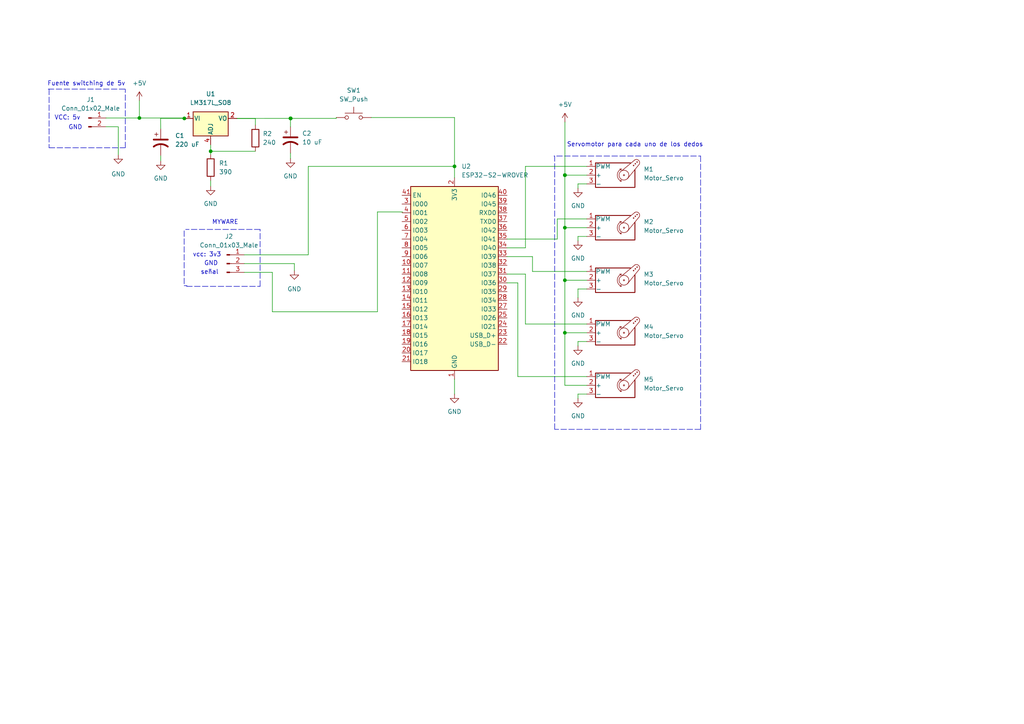
<source format=kicad_sch>
(kicad_sch (version 20211123) (generator eeschema)

  (uuid 3a14e558-db72-4f0c-81b8-16447da59aa8)

  (paper "A4")

  (title_block
    (title "Esquema del proyecto \"Mikili\"")
    (date "2022-10-19")
    (rev "V2")
    (company "Equipo 6")
    (comment 1 "Autora: Tairo Chambilla, Leidy Yazmin")
  )

  (lib_symbols
    (symbol "Connector:Conn_01x02_Male" (pin_names (offset 1.016) hide) (in_bom yes) (on_board yes)
      (property "Reference" "J" (id 0) (at 0 2.54 0)
        (effects (font (size 1.27 1.27)))
      )
      (property "Value" "Conn_01x02_Male" (id 1) (at 0 -5.08 0)
        (effects (font (size 1.27 1.27)))
      )
      (property "Footprint" "" (id 2) (at 0 0 0)
        (effects (font (size 1.27 1.27)) hide)
      )
      (property "Datasheet" "~" (id 3) (at 0 0 0)
        (effects (font (size 1.27 1.27)) hide)
      )
      (property "ki_keywords" "connector" (id 4) (at 0 0 0)
        (effects (font (size 1.27 1.27)) hide)
      )
      (property "ki_description" "Generic connector, single row, 01x02, script generated (kicad-library-utils/schlib/autogen/connector/)" (id 5) (at 0 0 0)
        (effects (font (size 1.27 1.27)) hide)
      )
      (property "ki_fp_filters" "Connector*:*_1x??_*" (id 6) (at 0 0 0)
        (effects (font (size 1.27 1.27)) hide)
      )
      (symbol "Conn_01x02_Male_1_1"
        (polyline
          (pts
            (xy 1.27 -2.54)
            (xy 0.8636 -2.54)
          )
          (stroke (width 0.1524) (type default) (color 0 0 0 0))
          (fill (type none))
        )
        (polyline
          (pts
            (xy 1.27 0)
            (xy 0.8636 0)
          )
          (stroke (width 0.1524) (type default) (color 0 0 0 0))
          (fill (type none))
        )
        (rectangle (start 0.8636 -2.413) (end 0 -2.667)
          (stroke (width 0.1524) (type default) (color 0 0 0 0))
          (fill (type outline))
        )
        (rectangle (start 0.8636 0.127) (end 0 -0.127)
          (stroke (width 0.1524) (type default) (color 0 0 0 0))
          (fill (type outline))
        )
        (pin passive line (at 5.08 0 180) (length 3.81)
          (name "Pin_1" (effects (font (size 1.27 1.27))))
          (number "1" (effects (font (size 1.27 1.27))))
        )
        (pin passive line (at 5.08 -2.54 180) (length 3.81)
          (name "Pin_2" (effects (font (size 1.27 1.27))))
          (number "2" (effects (font (size 1.27 1.27))))
        )
      )
    )
    (symbol "Connector:Conn_01x03_Male" (pin_names (offset 1.016) hide) (in_bom yes) (on_board yes)
      (property "Reference" "J" (id 0) (at 0 5.08 0)
        (effects (font (size 1.27 1.27)))
      )
      (property "Value" "Conn_01x03_Male" (id 1) (at 0 -5.08 0)
        (effects (font (size 1.27 1.27)))
      )
      (property "Footprint" "" (id 2) (at 0 0 0)
        (effects (font (size 1.27 1.27)) hide)
      )
      (property "Datasheet" "~" (id 3) (at 0 0 0)
        (effects (font (size 1.27 1.27)) hide)
      )
      (property "ki_keywords" "connector" (id 4) (at 0 0 0)
        (effects (font (size 1.27 1.27)) hide)
      )
      (property "ki_description" "Generic connector, single row, 01x03, script generated (kicad-library-utils/schlib/autogen/connector/)" (id 5) (at 0 0 0)
        (effects (font (size 1.27 1.27)) hide)
      )
      (property "ki_fp_filters" "Connector*:*_1x??_*" (id 6) (at 0 0 0)
        (effects (font (size 1.27 1.27)) hide)
      )
      (symbol "Conn_01x03_Male_1_1"
        (polyline
          (pts
            (xy 1.27 -2.54)
            (xy 0.8636 -2.54)
          )
          (stroke (width 0.1524) (type default) (color 0 0 0 0))
          (fill (type none))
        )
        (polyline
          (pts
            (xy 1.27 0)
            (xy 0.8636 0)
          )
          (stroke (width 0.1524) (type default) (color 0 0 0 0))
          (fill (type none))
        )
        (polyline
          (pts
            (xy 1.27 2.54)
            (xy 0.8636 2.54)
          )
          (stroke (width 0.1524) (type default) (color 0 0 0 0))
          (fill (type none))
        )
        (rectangle (start 0.8636 -2.413) (end 0 -2.667)
          (stroke (width 0.1524) (type default) (color 0 0 0 0))
          (fill (type outline))
        )
        (rectangle (start 0.8636 0.127) (end 0 -0.127)
          (stroke (width 0.1524) (type default) (color 0 0 0 0))
          (fill (type outline))
        )
        (rectangle (start 0.8636 2.667) (end 0 2.413)
          (stroke (width 0.1524) (type default) (color 0 0 0 0))
          (fill (type outline))
        )
        (pin passive line (at 5.08 2.54 180) (length 3.81)
          (name "Pin_1" (effects (font (size 1.27 1.27))))
          (number "1" (effects (font (size 1.27 1.27))))
        )
        (pin passive line (at 5.08 0 180) (length 3.81)
          (name "Pin_2" (effects (font (size 1.27 1.27))))
          (number "2" (effects (font (size 1.27 1.27))))
        )
        (pin passive line (at 5.08 -2.54 180) (length 3.81)
          (name "Pin_3" (effects (font (size 1.27 1.27))))
          (number "3" (effects (font (size 1.27 1.27))))
        )
      )
    )
    (symbol "Device:C_Polarized_US" (pin_numbers hide) (pin_names (offset 0.254) hide) (in_bom yes) (on_board yes)
      (property "Reference" "C" (id 0) (at 0.635 2.54 0)
        (effects (font (size 1.27 1.27)) (justify left))
      )
      (property "Value" "C_Polarized_US" (id 1) (at 0.635 -2.54 0)
        (effects (font (size 1.27 1.27)) (justify left))
      )
      (property "Footprint" "" (id 2) (at 0 0 0)
        (effects (font (size 1.27 1.27)) hide)
      )
      (property "Datasheet" "~" (id 3) (at 0 0 0)
        (effects (font (size 1.27 1.27)) hide)
      )
      (property "ki_keywords" "cap capacitor" (id 4) (at 0 0 0)
        (effects (font (size 1.27 1.27)) hide)
      )
      (property "ki_description" "Polarized capacitor, US symbol" (id 5) (at 0 0 0)
        (effects (font (size 1.27 1.27)) hide)
      )
      (property "ki_fp_filters" "CP_*" (id 6) (at 0 0 0)
        (effects (font (size 1.27 1.27)) hide)
      )
      (symbol "C_Polarized_US_0_1"
        (polyline
          (pts
            (xy -2.032 0.762)
            (xy 2.032 0.762)
          )
          (stroke (width 0.508) (type default) (color 0 0 0 0))
          (fill (type none))
        )
        (polyline
          (pts
            (xy -1.778 2.286)
            (xy -0.762 2.286)
          )
          (stroke (width 0) (type default) (color 0 0 0 0))
          (fill (type none))
        )
        (polyline
          (pts
            (xy -1.27 1.778)
            (xy -1.27 2.794)
          )
          (stroke (width 0) (type default) (color 0 0 0 0))
          (fill (type none))
        )
        (arc (start 2.032 -1.27) (mid 0 -0.5572) (end -2.032 -1.27)
          (stroke (width 0.508) (type default) (color 0 0 0 0))
          (fill (type none))
        )
      )
      (symbol "C_Polarized_US_1_1"
        (pin passive line (at 0 3.81 270) (length 2.794)
          (name "~" (effects (font (size 1.27 1.27))))
          (number "1" (effects (font (size 1.27 1.27))))
        )
        (pin passive line (at 0 -3.81 90) (length 3.302)
          (name "~" (effects (font (size 1.27 1.27))))
          (number "2" (effects (font (size 1.27 1.27))))
        )
      )
    )
    (symbol "Device:R" (pin_numbers hide) (pin_names (offset 0)) (in_bom yes) (on_board yes)
      (property "Reference" "R" (id 0) (at 2.032 0 90)
        (effects (font (size 1.27 1.27)))
      )
      (property "Value" "R" (id 1) (at 0 0 90)
        (effects (font (size 1.27 1.27)))
      )
      (property "Footprint" "" (id 2) (at -1.778 0 90)
        (effects (font (size 1.27 1.27)) hide)
      )
      (property "Datasheet" "~" (id 3) (at 0 0 0)
        (effects (font (size 1.27 1.27)) hide)
      )
      (property "ki_keywords" "R res resistor" (id 4) (at 0 0 0)
        (effects (font (size 1.27 1.27)) hide)
      )
      (property "ki_description" "Resistor" (id 5) (at 0 0 0)
        (effects (font (size 1.27 1.27)) hide)
      )
      (property "ki_fp_filters" "R_*" (id 6) (at 0 0 0)
        (effects (font (size 1.27 1.27)) hide)
      )
      (symbol "R_0_1"
        (rectangle (start -1.016 -2.54) (end 1.016 2.54)
          (stroke (width 0.254) (type default) (color 0 0 0 0))
          (fill (type none))
        )
      )
      (symbol "R_1_1"
        (pin passive line (at 0 3.81 270) (length 1.27)
          (name "~" (effects (font (size 1.27 1.27))))
          (number "1" (effects (font (size 1.27 1.27))))
        )
        (pin passive line (at 0 -3.81 90) (length 1.27)
          (name "~" (effects (font (size 1.27 1.27))))
          (number "2" (effects (font (size 1.27 1.27))))
        )
      )
    )
    (symbol "Motor:Motor_Servo" (pin_names (offset 0.0254)) (in_bom yes) (on_board yes)
      (property "Reference" "M" (id 0) (at -5.08 4.445 0)
        (effects (font (size 1.27 1.27)) (justify left))
      )
      (property "Value" "Motor_Servo" (id 1) (at -5.08 -4.064 0)
        (effects (font (size 1.27 1.27)) (justify left top))
      )
      (property "Footprint" "" (id 2) (at 0 -4.826 0)
        (effects (font (size 1.27 1.27)) hide)
      )
      (property "Datasheet" "http://forums.parallax.com/uploads/attachments/46831/74481.png" (id 3) (at 0 -4.826 0)
        (effects (font (size 1.27 1.27)) hide)
      )
      (property "ki_keywords" "Servo Motor" (id 4) (at 0 0 0)
        (effects (font (size 1.27 1.27)) hide)
      )
      (property "ki_description" "Servo Motor (Futaba, HiTec, JR connector)" (id 5) (at 0 0 0)
        (effects (font (size 1.27 1.27)) hide)
      )
      (property "ki_fp_filters" "PinHeader*P2.54mm*" (id 6) (at 0 0 0)
        (effects (font (size 1.27 1.27)) hide)
      )
      (symbol "Motor_Servo_0_1"
        (polyline
          (pts
            (xy 2.413 -1.778)
            (xy 2.032 -1.778)
          )
          (stroke (width 0) (type default) (color 0 0 0 0))
          (fill (type none))
        )
        (polyline
          (pts
            (xy 2.413 -1.778)
            (xy 2.286 -1.397)
          )
          (stroke (width 0) (type default) (color 0 0 0 0))
          (fill (type none))
        )
        (polyline
          (pts
            (xy 2.413 1.778)
            (xy 1.905 1.778)
          )
          (stroke (width 0) (type default) (color 0 0 0 0))
          (fill (type none))
        )
        (polyline
          (pts
            (xy 2.413 1.778)
            (xy 2.286 1.397)
          )
          (stroke (width 0) (type default) (color 0 0 0 0))
          (fill (type none))
        )
        (polyline
          (pts
            (xy 6.35 4.445)
            (xy 2.54 1.27)
          )
          (stroke (width 0) (type default) (color 0 0 0 0))
          (fill (type none))
        )
        (polyline
          (pts
            (xy 7.62 3.175)
            (xy 4.191 -1.016)
          )
          (stroke (width 0) (type default) (color 0 0 0 0))
          (fill (type none))
        )
        (polyline
          (pts
            (xy 5.08 3.556)
            (xy -5.08 3.556)
            (xy -5.08 -3.556)
            (xy 6.35 -3.556)
            (xy 6.35 1.524)
          )
          (stroke (width 0.254) (type default) (color 0 0 0 0))
          (fill (type none))
        )
        (arc (start 2.413 1.778) (mid 1.2406 0) (end 2.413 -1.778)
          (stroke (width 0) (type default) (color 0 0 0 0))
          (fill (type none))
        )
        (circle (center 3.175 0) (radius 0.1778)
          (stroke (width 0) (type default) (color 0 0 0 0))
          (fill (type none))
        )
        (circle (center 3.175 0) (radius 1.4224)
          (stroke (width 0) (type default) (color 0 0 0 0))
          (fill (type none))
        )
        (circle (center 5.969 2.794) (radius 0.127)
          (stroke (width 0) (type default) (color 0 0 0 0))
          (fill (type none))
        )
        (circle (center 6.477 3.302) (radius 0.127)
          (stroke (width 0) (type default) (color 0 0 0 0))
          (fill (type none))
        )
        (circle (center 6.985 3.81) (radius 0.127)
          (stroke (width 0) (type default) (color 0 0 0 0))
          (fill (type none))
        )
        (arc (start 7.62 3.175) (mid 7.4485 4.2735) (end 6.35 4.445)
          (stroke (width 0) (type default) (color 0 0 0 0))
          (fill (type none))
        )
      )
      (symbol "Motor_Servo_1_1"
        (pin passive line (at -7.62 2.54 0) (length 2.54)
          (name "PWM" (effects (font (size 1.27 1.27))))
          (number "1" (effects (font (size 1.27 1.27))))
        )
        (pin passive line (at -7.62 0 0) (length 2.54)
          (name "+" (effects (font (size 1.27 1.27))))
          (number "2" (effects (font (size 1.27 1.27))))
        )
        (pin passive line (at -7.62 -2.54 0) (length 2.54)
          (name "-" (effects (font (size 1.27 1.27))))
          (number "3" (effects (font (size 1.27 1.27))))
        )
      )
    )
    (symbol "RF_Module:ESP32-S2-WROVER" (in_bom yes) (on_board yes)
      (property "Reference" "U" (id 0) (at -12.7 29.21 0)
        (effects (font (size 1.27 1.27)) (justify left))
      )
      (property "Value" "ESP32-S2-WROVER" (id 1) (at 2.54 29.21 0)
        (effects (font (size 1.27 1.27)) (justify left))
      )
      (property "Footprint" "RF_Module:ESP32-S2-WROVER" (id 2) (at 19.05 -29.21 0)
        (effects (font (size 1.27 1.27)) hide)
      )
      (property "Datasheet" "https://www.espressif.com/sites/default/files/documentation/esp32-s2-wroom_esp32-s2-wroom-i_datasheet_en.pdf" (id 3) (at -7.62 -20.32 0)
        (effects (font (size 1.27 1.27)) hide)
      )
      (property "ki_keywords" "RF Radio ESP ESP32 Espressif onboard PCB antenna" (id 4) (at 0 0 0)
        (effects (font (size 1.27 1.27)) hide)
      )
      (property "ki_description" "RF Module, ESP32-D0WDQ6 SoC, Wi-Fi 802.11b/g/n, 32-bit, 2.7-3.6V, onboard antenna, SMD" (id 5) (at 0 0 0)
        (effects (font (size 1.27 1.27)) hide)
      )
      (property "ki_fp_filters" "ESP32?S2?WROVER*" (id 6) (at 0 0 0)
        (effects (font (size 1.27 1.27)) hide)
      )
      (symbol "ESP32-S2-WROVER_0_1"
        (rectangle (start -12.7 27.94) (end 12.7 -25.4)
          (stroke (width 0.254) (type default) (color 0 0 0 0))
          (fill (type background))
        )
      )
      (symbol "ESP32-S2-WROVER_1_1"
        (pin power_in line (at 0 -27.94 90) (length 2.54)
          (name "GND" (effects (font (size 1.27 1.27))))
          (number "1" (effects (font (size 1.27 1.27))))
        )
        (pin bidirectional line (at -15.24 5.08 0) (length 2.54)
          (name "IO07" (effects (font (size 1.27 1.27))))
          (number "10" (effects (font (size 1.27 1.27))))
        )
        (pin bidirectional line (at -15.24 2.54 0) (length 2.54)
          (name "IO08" (effects (font (size 1.27 1.27))))
          (number "11" (effects (font (size 1.27 1.27))))
        )
        (pin bidirectional line (at -15.24 0 0) (length 2.54)
          (name "IO09" (effects (font (size 1.27 1.27))))
          (number "12" (effects (font (size 1.27 1.27))))
        )
        (pin bidirectional line (at -15.24 -2.54 0) (length 2.54)
          (name "IO10" (effects (font (size 1.27 1.27))))
          (number "13" (effects (font (size 1.27 1.27))))
        )
        (pin bidirectional line (at -15.24 -5.08 0) (length 2.54)
          (name "IO11" (effects (font (size 1.27 1.27))))
          (number "14" (effects (font (size 1.27 1.27))))
        )
        (pin bidirectional line (at -15.24 -7.62 0) (length 2.54)
          (name "IO12" (effects (font (size 1.27 1.27))))
          (number "15" (effects (font (size 1.27 1.27))))
        )
        (pin bidirectional line (at -15.24 -10.16 0) (length 2.54)
          (name "IO13" (effects (font (size 1.27 1.27))))
          (number "16" (effects (font (size 1.27 1.27))))
        )
        (pin bidirectional line (at -15.24 -12.7 0) (length 2.54)
          (name "IO14" (effects (font (size 1.27 1.27))))
          (number "17" (effects (font (size 1.27 1.27))))
        )
        (pin bidirectional line (at -15.24 -15.24 0) (length 2.54)
          (name "IO15" (effects (font (size 1.27 1.27))))
          (number "18" (effects (font (size 1.27 1.27))))
        )
        (pin bidirectional line (at -15.24 -17.78 0) (length 2.54)
          (name "IO16" (effects (font (size 1.27 1.27))))
          (number "19" (effects (font (size 1.27 1.27))))
        )
        (pin power_in line (at 0 30.48 270) (length 2.54)
          (name "3V3" (effects (font (size 1.27 1.27))))
          (number "2" (effects (font (size 1.27 1.27))))
        )
        (pin bidirectional line (at -15.24 -20.32 0) (length 2.54)
          (name "IO17" (effects (font (size 1.27 1.27))))
          (number "20" (effects (font (size 1.27 1.27))))
        )
        (pin bidirectional line (at -15.24 -22.86 0) (length 2.54)
          (name "IO18" (effects (font (size 1.27 1.27))))
          (number "21" (effects (font (size 1.27 1.27))))
        )
        (pin bidirectional line (at 15.24 -17.78 180) (length 2.54)
          (name "USB_D-" (effects (font (size 1.27 1.27))))
          (number "22" (effects (font (size 1.27 1.27))))
        )
        (pin bidirectional line (at 15.24 -15.24 180) (length 2.54)
          (name "USB_D+" (effects (font (size 1.27 1.27))))
          (number "23" (effects (font (size 1.27 1.27))))
        )
        (pin bidirectional line (at 15.24 -12.7 180) (length 2.54)
          (name "IO21" (effects (font (size 1.27 1.27))))
          (number "24" (effects (font (size 1.27 1.27))))
        )
        (pin bidirectional line (at 15.24 -10.16 180) (length 2.54)
          (name "IO26" (effects (font (size 1.27 1.27))))
          (number "25" (effects (font (size 1.27 1.27))))
        )
        (pin passive line (at 0 -27.94 90) (length 2.54) hide
          (name "GND" (effects (font (size 1.27 1.27))))
          (number "26" (effects (font (size 1.27 1.27))))
        )
        (pin bidirectional line (at 15.24 -7.62 180) (length 2.54)
          (name "IO33" (effects (font (size 1.27 1.27))))
          (number "27" (effects (font (size 1.27 1.27))))
        )
        (pin bidirectional line (at 15.24 -5.08 180) (length 2.54)
          (name "IO34" (effects (font (size 1.27 1.27))))
          (number "28" (effects (font (size 1.27 1.27))))
        )
        (pin bidirectional line (at 15.24 -2.54 180) (length 2.54)
          (name "IO35" (effects (font (size 1.27 1.27))))
          (number "29" (effects (font (size 1.27 1.27))))
        )
        (pin bidirectional line (at -15.24 22.86 0) (length 2.54)
          (name "IO00" (effects (font (size 1.27 1.27))))
          (number "3" (effects (font (size 1.27 1.27))))
        )
        (pin bidirectional line (at 15.24 0 180) (length 2.54)
          (name "IO36" (effects (font (size 1.27 1.27))))
          (number "30" (effects (font (size 1.27 1.27))))
        )
        (pin bidirectional line (at 15.24 2.54 180) (length 2.54)
          (name "IO37" (effects (font (size 1.27 1.27))))
          (number "31" (effects (font (size 1.27 1.27))))
        )
        (pin bidirectional line (at 15.24 5.08 180) (length 2.54)
          (name "IO38" (effects (font (size 1.27 1.27))))
          (number "32" (effects (font (size 1.27 1.27))))
        )
        (pin bidirectional line (at 15.24 7.62 180) (length 2.54)
          (name "IO39" (effects (font (size 1.27 1.27))))
          (number "33" (effects (font (size 1.27 1.27))))
        )
        (pin bidirectional line (at 15.24 10.16 180) (length 2.54)
          (name "IO40" (effects (font (size 1.27 1.27))))
          (number "34" (effects (font (size 1.27 1.27))))
        )
        (pin bidirectional line (at 15.24 12.7 180) (length 2.54)
          (name "IO41" (effects (font (size 1.27 1.27))))
          (number "35" (effects (font (size 1.27 1.27))))
        )
        (pin bidirectional line (at 15.24 15.24 180) (length 2.54)
          (name "IO42" (effects (font (size 1.27 1.27))))
          (number "36" (effects (font (size 1.27 1.27))))
        )
        (pin bidirectional line (at 15.24 17.78 180) (length 2.54)
          (name "TXD0" (effects (font (size 1.27 1.27))))
          (number "37" (effects (font (size 1.27 1.27))))
        )
        (pin bidirectional line (at 15.24 20.32 180) (length 2.54)
          (name "RXD0" (effects (font (size 1.27 1.27))))
          (number "38" (effects (font (size 1.27 1.27))))
        )
        (pin bidirectional line (at 15.24 22.86 180) (length 2.54)
          (name "IO45" (effects (font (size 1.27 1.27))))
          (number "39" (effects (font (size 1.27 1.27))))
        )
        (pin bidirectional line (at -15.24 20.32 0) (length 2.54)
          (name "IO01" (effects (font (size 1.27 1.27))))
          (number "4" (effects (font (size 1.27 1.27))))
        )
        (pin input line (at 15.24 25.4 180) (length 2.54)
          (name "IO46" (effects (font (size 1.27 1.27))))
          (number "40" (effects (font (size 1.27 1.27))))
        )
        (pin input line (at -15.24 25.4 0) (length 2.54)
          (name "EN" (effects (font (size 1.27 1.27))))
          (number "41" (effects (font (size 1.27 1.27))))
        )
        (pin passive line (at 0 -27.94 90) (length 2.54) hide
          (name "GND" (effects (font (size 1.27 1.27))))
          (number "42" (effects (font (size 1.27 1.27))))
        )
        (pin passive line (at 0 -27.94 90) (length 2.54) hide
          (name "GND" (effects (font (size 1.27 1.27))))
          (number "43" (effects (font (size 1.27 1.27))))
        )
        (pin bidirectional line (at -15.24 17.78 0) (length 2.54)
          (name "IO02" (effects (font (size 1.27 1.27))))
          (number "5" (effects (font (size 1.27 1.27))))
        )
        (pin bidirectional line (at -15.24 15.24 0) (length 2.54)
          (name "IO03" (effects (font (size 1.27 1.27))))
          (number "6" (effects (font (size 1.27 1.27))))
        )
        (pin bidirectional line (at -15.24 12.7 0) (length 2.54)
          (name "IO04" (effects (font (size 1.27 1.27))))
          (number "7" (effects (font (size 1.27 1.27))))
        )
        (pin bidirectional line (at -15.24 10.16 0) (length 2.54)
          (name "IO05" (effects (font (size 1.27 1.27))))
          (number "8" (effects (font (size 1.27 1.27))))
        )
        (pin bidirectional line (at -15.24 7.62 0) (length 2.54)
          (name "IO06" (effects (font (size 1.27 1.27))))
          (number "9" (effects (font (size 1.27 1.27))))
        )
      )
    )
    (symbol "Regulator_Linear:LM317L_SO8" (pin_names (offset 0.254)) (in_bom yes) (on_board yes)
      (property "Reference" "U" (id 0) (at -3.81 3.175 0)
        (effects (font (size 1.27 1.27)))
      )
      (property "Value" "LM317L_SO8" (id 1) (at 0 3.175 0)
        (effects (font (size 1.27 1.27)) (justify left))
      )
      (property "Footprint" "Package_SO:SOIC-8_3.9x4.9mm_P1.27mm" (id 2) (at 0 5.08 0)
        (effects (font (size 1.27 1.27) italic) hide)
      )
      (property "Datasheet" "http://www.ti.com/lit/ds/snvs775k/snvs775k.pdf" (id 3) (at 0 -5.08 0)
        (effects (font (size 1.27 1.27)) hide)
      )
      (property "ki_keywords" "Adjustable Voltage Regulator 100mA Positive" (id 4) (at 0 0 0)
        (effects (font (size 1.27 1.27)) hide)
      )
      (property "ki_description" "100mA 35V Adjustable Linear Regulator, SO-8" (id 5) (at 0 0 0)
        (effects (font (size 1.27 1.27)) hide)
      )
      (property "ki_fp_filters" "SOIC*3.9x4.9mm*P1.27mm*" (id 6) (at 0 0 0)
        (effects (font (size 1.27 1.27)) hide)
      )
      (symbol "LM317L_SO8_0_1"
        (rectangle (start -5.08 1.905) (end 5.08 -5.08)
          (stroke (width 0.254) (type default) (color 0 0 0 0))
          (fill (type background))
        )
      )
      (symbol "LM317L_SO8_1_1"
        (pin power_in line (at -7.62 0 0) (length 2.54)
          (name "VI" (effects (font (size 1.27 1.27))))
          (number "1" (effects (font (size 1.27 1.27))))
        )
        (pin power_out line (at 7.62 0 180) (length 2.54)
          (name "VO" (effects (font (size 1.27 1.27))))
          (number "2" (effects (font (size 1.27 1.27))))
        )
        (pin passive line (at 7.62 0 180) (length 2.54) hide
          (name "VO" (effects (font (size 1.27 1.27))))
          (number "3" (effects (font (size 1.27 1.27))))
        )
        (pin input line (at 0 -7.62 90) (length 2.54)
          (name "ADJ" (effects (font (size 1.27 1.27))))
          (number "4" (effects (font (size 1.27 1.27))))
        )
        (pin no_connect line (at -7.62 -2.54 0) (length 2.54) hide
          (name "NC" (effects (font (size 1.27 1.27))))
          (number "5" (effects (font (size 1.27 1.27))))
        )
        (pin passive line (at 7.62 0 180) (length 2.54) hide
          (name "VO" (effects (font (size 1.27 1.27))))
          (number "6" (effects (font (size 1.27 1.27))))
        )
        (pin passive line (at 7.62 0 180) (length 2.54) hide
          (name "VO" (effects (font (size 1.27 1.27))))
          (number "7" (effects (font (size 1.27 1.27))))
        )
        (pin no_connect line (at 7.62 -2.54 180) (length 2.54) hide
          (name "NC" (effects (font (size 1.27 1.27))))
          (number "8" (effects (font (size 1.27 1.27))))
        )
      )
    )
    (symbol "Switch:SW_Push" (pin_numbers hide) (pin_names (offset 1.016) hide) (in_bom yes) (on_board yes)
      (property "Reference" "SW" (id 0) (at 1.27 2.54 0)
        (effects (font (size 1.27 1.27)) (justify left))
      )
      (property "Value" "SW_Push" (id 1) (at 0 -1.524 0)
        (effects (font (size 1.27 1.27)))
      )
      (property "Footprint" "" (id 2) (at 0 5.08 0)
        (effects (font (size 1.27 1.27)) hide)
      )
      (property "Datasheet" "~" (id 3) (at 0 5.08 0)
        (effects (font (size 1.27 1.27)) hide)
      )
      (property "ki_keywords" "switch normally-open pushbutton push-button" (id 4) (at 0 0 0)
        (effects (font (size 1.27 1.27)) hide)
      )
      (property "ki_description" "Push button switch, generic, two pins" (id 5) (at 0 0 0)
        (effects (font (size 1.27 1.27)) hide)
      )
      (symbol "SW_Push_0_1"
        (circle (center -2.032 0) (radius 0.508)
          (stroke (width 0) (type default) (color 0 0 0 0))
          (fill (type none))
        )
        (polyline
          (pts
            (xy 0 1.27)
            (xy 0 3.048)
          )
          (stroke (width 0) (type default) (color 0 0 0 0))
          (fill (type none))
        )
        (polyline
          (pts
            (xy 2.54 1.27)
            (xy -2.54 1.27)
          )
          (stroke (width 0) (type default) (color 0 0 0 0))
          (fill (type none))
        )
        (circle (center 2.032 0) (radius 0.508)
          (stroke (width 0) (type default) (color 0 0 0 0))
          (fill (type none))
        )
        (pin passive line (at -5.08 0 0) (length 2.54)
          (name "1" (effects (font (size 1.27 1.27))))
          (number "1" (effects (font (size 1.27 1.27))))
        )
        (pin passive line (at 5.08 0 180) (length 2.54)
          (name "2" (effects (font (size 1.27 1.27))))
          (number "2" (effects (font (size 1.27 1.27))))
        )
      )
    )
    (symbol "power:+5V" (power) (pin_names (offset 0)) (in_bom yes) (on_board yes)
      (property "Reference" "#PWR" (id 0) (at 0 -3.81 0)
        (effects (font (size 1.27 1.27)) hide)
      )
      (property "Value" "+5V" (id 1) (at 0 3.556 0)
        (effects (font (size 1.27 1.27)))
      )
      (property "Footprint" "" (id 2) (at 0 0 0)
        (effects (font (size 1.27 1.27)) hide)
      )
      (property "Datasheet" "" (id 3) (at 0 0 0)
        (effects (font (size 1.27 1.27)) hide)
      )
      (property "ki_keywords" "power-flag" (id 4) (at 0 0 0)
        (effects (font (size 1.27 1.27)) hide)
      )
      (property "ki_description" "Power symbol creates a global label with name \"+5V\"" (id 5) (at 0 0 0)
        (effects (font (size 1.27 1.27)) hide)
      )
      (symbol "+5V_0_1"
        (polyline
          (pts
            (xy -0.762 1.27)
            (xy 0 2.54)
          )
          (stroke (width 0) (type default) (color 0 0 0 0))
          (fill (type none))
        )
        (polyline
          (pts
            (xy 0 0)
            (xy 0 2.54)
          )
          (stroke (width 0) (type default) (color 0 0 0 0))
          (fill (type none))
        )
        (polyline
          (pts
            (xy 0 2.54)
            (xy 0.762 1.27)
          )
          (stroke (width 0) (type default) (color 0 0 0 0))
          (fill (type none))
        )
      )
      (symbol "+5V_1_1"
        (pin power_in line (at 0 0 90) (length 0) hide
          (name "+5V" (effects (font (size 1.27 1.27))))
          (number "1" (effects (font (size 1.27 1.27))))
        )
      )
    )
    (symbol "power:GND" (power) (pin_names (offset 0)) (in_bom yes) (on_board yes)
      (property "Reference" "#PWR" (id 0) (at 0 -6.35 0)
        (effects (font (size 1.27 1.27)) hide)
      )
      (property "Value" "GND" (id 1) (at 0 -3.81 0)
        (effects (font (size 1.27 1.27)))
      )
      (property "Footprint" "" (id 2) (at 0 0 0)
        (effects (font (size 1.27 1.27)) hide)
      )
      (property "Datasheet" "" (id 3) (at 0 0 0)
        (effects (font (size 1.27 1.27)) hide)
      )
      (property "ki_keywords" "power-flag" (id 4) (at 0 0 0)
        (effects (font (size 1.27 1.27)) hide)
      )
      (property "ki_description" "Power symbol creates a global label with name \"GND\" , ground" (id 5) (at 0 0 0)
        (effects (font (size 1.27 1.27)) hide)
      )
      (symbol "GND_0_1"
        (polyline
          (pts
            (xy 0 0)
            (xy 0 -1.27)
            (xy 1.27 -1.27)
            (xy 0 -2.54)
            (xy -1.27 -1.27)
            (xy 0 -1.27)
          )
          (stroke (width 0) (type default) (color 0 0 0 0))
          (fill (type none))
        )
      )
      (symbol "GND_1_1"
        (pin power_in line (at 0 0 270) (length 0) hide
          (name "GND" (effects (font (size 1.27 1.27))))
          (number "1" (effects (font (size 1.27 1.27))))
        )
      )
    )
  )

  (junction (at 163.83 96.52) (diameter 0) (color 0 0 0 0)
    (uuid 5051df59-f0d7-43af-8497-77c94601bf73)
  )
  (junction (at 163.83 81.28) (diameter 0) (color 0 0 0 0)
    (uuid 518301e1-4945-455b-9f1d-0a1c785ca75a)
  )
  (junction (at 61.1 43.878) (diameter 0) (color 0 0 0 0)
    (uuid 76b214f4-7c05-4f91-be4f-67721325c667)
  )
  (junction (at 163.83 66.04) (diameter 0) (color 0 0 0 0)
    (uuid 9ab74957-a063-4e63-b0c6-05c0734c4b6e)
  )
  (junction (at 40.425 34.223) (diameter 0) (color 0 0 0 0)
    (uuid 9ca667b4-fd82-4436-803c-37ac14b8b730)
  )
  (junction (at 163.85 50.8) (diameter 0) (color 0 0 0 0)
    (uuid 9cf7cbf9-784a-4c3b-a816-baf76f5e0509)
  )
  (junction (at 131.826 48.26) (diameter 0) (color 0 0 0 0)
    (uuid abd9c8e6-6f1f-4413-b64c-811cc746c920)
  )
  (junction (at 53.48 34.35) (diameter 0) (color 0 0 0 0)
    (uuid bc0cfa35-f84b-4fa0-92bd-4d9b6098868e)
  )
  (junction (at 84.312 34.34) (diameter 0) (color 0 0 0 0)
    (uuid dd6cbd1a-fb5f-4b1a-a572-5f50281a82cf)
  )
  (junction (at 163.83 50.8) (diameter 0) (color 0 0 0 0)
    (uuid f0babad8-a78b-4fd3-8454-4a283e2cde6f)
  )
  (junction (at 84.25 34.34) (diameter 0) (color 0 0 0 0)
    (uuid f7dc1cbd-1b22-4746-8231-0cafd5deec51)
  )

  (wire (pts (xy 161.6234 63.5) (xy 161.6234 69.342))
    (stroke (width 0) (type default) (color 0 0 0 0))
    (uuid 01973468-6aef-485d-aa5f-a1a41c05e743)
  )
  (wire (pts (xy 167.64 68.58) (xy 167.64 69.85))
    (stroke (width 0) (type default) (color 0 0 0 0))
    (uuid 0e4a46e4-7413-4170-be77-84c8968154e8)
  )
  (wire (pts (xy 74.072 43.878) (xy 61.1 43.878))
    (stroke (width 0) (type default) (color 0 0 0 0))
    (uuid 1344af7e-e116-4a58-b642-fefb6e173d9d)
  )
  (wire (pts (xy 78.994 90.424) (xy 109.474 90.424))
    (stroke (width 0) (type default) (color 0 0 0 0))
    (uuid 14785dd2-952e-490b-a9ec-d39c418b69d5)
  )
  (wire (pts (xy 170.18 63.5) (xy 161.6234 63.5))
    (stroke (width 0) (type default) (color 0 0 0 0))
    (uuid 17f81aeb-d607-456c-bb18-d9085e9fdc9f)
  )
  (wire (pts (xy 167.64 114.3) (xy 167.64 115.57))
    (stroke (width 0) (type default) (color 0 0 0 0))
    (uuid 1c7fc6ff-3329-4492-95ff-0d068583b792)
  )
  (wire (pts (xy 61.1 41.97) (xy 61.1 43.878))
    (stroke (width 0) (type default) (color 0 0 0 0))
    (uuid 1cf25fd2-1df5-4da7-8612-1e4f623a83e3)
  )
  (polyline (pts (xy 36.335 42.859) (xy 36.335 25.841))
    (stroke (width 0) (type default) (color 0 0 0 0))
    (uuid 21864831-9910-4a42-9a14-44377da7e36c)
  )
  (polyline (pts (xy 13.983 25.841) (xy 36.335 25.841))
    (stroke (width 0) (type default) (color 0 0 0 0))
    (uuid 242e3d53-a120-4829-9f46-6f9897761ba4)
  )

  (wire (pts (xy 61.1 52.41) (xy 61.1 54))
    (stroke (width 0) (type default) (color 0 0 0 0))
    (uuid 244efe4b-68cf-4ecb-8069-02c4e702faa8)
  )
  (wire (pts (xy 30.747 36.763) (xy 34.303 36.763))
    (stroke (width 0) (type default) (color 0 0 0 0))
    (uuid 2466ef22-2dbd-4ecc-b052-acc04302ffe5)
  )
  (polyline (pts (xy 160.8847 124.5286) (xy 160.8847 45.2583))
    (stroke (width 0) (type default) (color 0 0 0 0))
    (uuid 299a87a5-34c1-4bb8-941c-b9fc2d250069)
  )
  (polyline (pts (xy 75.438 66.548) (xy 53.848 66.548))
    (stroke (width 0) (type default) (color 0 0 0 0))
    (uuid 2dbed10a-dab2-4ae4-9cc9-bdcafcaef91a)
  )
  (polyline (pts (xy 53.4127 82.8469) (xy 54.2501 82.8469))
    (stroke (width 0) (type default) (color 0 0 0 0))
    (uuid 2e0066b8-e453-47d0-91fe-c7eb9cfbaec2)
  )

  (wire (pts (xy 70.866 73.914) (xy 89.408 73.914))
    (stroke (width 0) (type default) (color 0 0 0 0))
    (uuid 32b52495-7cb8-46dc-a355-f46a157da989)
  )
  (polyline (pts (xy 203.2 124.5286) (xy 160.8847 124.5286))
    (stroke (width 0) (type default) (color 0 0 0 0))
    (uuid 403d3248-f70a-4818-9993-4299d4c54bd5)
  )

  (wire (pts (xy 109.474 90.424) (xy 109.474 61.468))
    (stroke (width 0) (type default) (color 0 0 0 0))
    (uuid 422eb3c6-0778-41b7-a5fa-1704368ab584)
  )
  (wire (pts (xy 74.072 36.258) (xy 74.072 34.35))
    (stroke (width 0) (type default) (color 0 0 0 0))
    (uuid 4732a337-28c2-4b29-ab75-53d727a5d256)
  )
  (wire (pts (xy 70.866 78.994) (xy 78.994 78.994))
    (stroke (width 0) (type default) (color 0 0 0 0))
    (uuid 4c244f3d-c991-4ea5-836f-dd0b43b473e5)
  )
  (wire (pts (xy 170.18 81.28) (xy 163.83 81.28))
    (stroke (width 0) (type default) (color 0 0 0 0))
    (uuid 4cd029b1-89f0-4cc9-8946-979e6fb4a84e)
  )
  (polyline (pts (xy 14.237 42.859) (xy 36.335 42.859))
    (stroke (width 0) (type default) (color 0 0 0 0))
    (uuid 51b65dd2-b922-4402-bb6b-3a48365a43b1)
  )

  (wire (pts (xy 131.826 109.982) (xy 131.826 114.3))
    (stroke (width 0) (type default) (color 0 0 0 0))
    (uuid 54019ac6-5bdb-4b16-82b8-04a936879b60)
  )
  (wire (pts (xy 152.4 93.98) (xy 152.4 79.502))
    (stroke (width 0) (type default) (color 0 0 0 0))
    (uuid 55f7cbd9-841b-425f-bf10-44904faff043)
  )
  (wire (pts (xy 70.866 76.454) (xy 85.3801 76.454))
    (stroke (width 0) (type default) (color 0 0 0 0))
    (uuid 5618360f-4633-4cc5-b3a4-a28bc5877607)
  )
  (wire (pts (xy 163.83 96.52) (xy 170.18 96.52))
    (stroke (width 0) (type default) (color 0 0 0 0))
    (uuid 5a51fd5a-1090-4405-ab41-aac707dcca7c)
  )
  (wire (pts (xy 152.4 71.882) (xy 147.066 71.882))
    (stroke (width 0) (type default) (color 0 0 0 0))
    (uuid 5bd68601-f533-4014-b7c1-4e2b5249fe1e)
  )
  (wire (pts (xy 30.747 34.223) (xy 40.425 34.223))
    (stroke (width 0) (type default) (color 0 0 0 0))
    (uuid 5ca6589b-d17f-4d9c-b808-a08c3f07e701)
  )
  (wire (pts (xy 163.85 35.4) (xy 163.85 50.8))
    (stroke (width 0) (type default) (color 0 0 0 0))
    (uuid 5ea6cd13-1d94-44d1-8f41-9428f1cc6625)
  )
  (wire (pts (xy 170.18 109.22) (xy 150.1864 109.22))
    (stroke (width 0) (type default) (color 0 0 0 0))
    (uuid 5f43d992-b5c1-4e4b-85e3-e771dc1e554d)
  )
  (wire (pts (xy 97.52 34.34) (xy 97.52 34.086))
    (stroke (width 0) (type default) (color 0 0 0 0))
    (uuid 5f8b46b4-4306-46b3-8942-28db48cbdafc)
  )
  (wire (pts (xy 84.25 44.41) (xy 84.25 46))
    (stroke (width 0) (type default) (color 0 0 0 0))
    (uuid 5fd0d1ff-4654-4d64-83c5-9db53b6d2c9a)
  )
  (wire (pts (xy 131.826 48.26) (xy 131.826 51.562))
    (stroke (width 0) (type default) (color 0 0 0 0))
    (uuid 609e0699-7f53-47e1-8118-cc3eb0199a87)
  )
  (wire (pts (xy 154.4457 78.74) (xy 154.4457 74.422))
    (stroke (width 0) (type default) (color 0 0 0 0))
    (uuid 64a36989-1d38-45f4-8b38-6e61a537477e)
  )
  (wire (pts (xy 170.18 53.34) (xy 167.64 53.34))
    (stroke (width 0) (type default) (color 0 0 0 0))
    (uuid 65c19965-0073-4378-bd29-7aee2511ea6a)
  )
  (polyline (pts (xy 203.2 45.2583) (xy 203.2 124.5286))
    (stroke (width 0) (type default) (color 0 0 0 0))
    (uuid 66148de4-91e6-4dc7-9bfa-10a8cb2aa3e4)
  )

  (wire (pts (xy 150.1864 109.22) (xy 150.1864 82.042))
    (stroke (width 0) (type default) (color 0 0 0 0))
    (uuid 6be9e996-c578-49da-852c-61840aae5720)
  )
  (polyline (pts (xy 160.6726 45.2583) (xy 160.8847 45.2583))
    (stroke (width 0) (type default) (color 0 0 0 0))
    (uuid 700a0fd8-c25b-4095-b2bf-1694b17a71d1)
  )

  (wire (pts (xy 68.72 34.35) (xy 74.072 34.35))
    (stroke (width 0) (type default) (color 0 0 0 0))
    (uuid 76e6f13b-4e6f-4446-b125-03593767bbd1)
  )
  (wire (pts (xy 46.575 34.35) (xy 53.48 34.35))
    (stroke (width 0) (type default) (color 0 0 0 0))
    (uuid 792cd026-f567-4f8f-89ec-28201df01ef4)
  )
  (polyline (pts (xy 53.4127 66.937) (xy 53.4127 82.8469))
    (stroke (width 0) (type default) (color 0 0 0 0))
    (uuid 79c5b561-2b57-475a-befb-198044cd099c)
  )

  (wire (pts (xy 167.64 99.06) (xy 167.64 100.33))
    (stroke (width 0) (type default) (color 0 0 0 0))
    (uuid 7f6e5612-6912-4d4d-9687-e625ec2793d7)
  )
  (wire (pts (xy 109.474 61.468) (xy 116.84 61.468))
    (stroke (width 0) (type default) (color 0 0 0 0))
    (uuid 80482b30-579e-4654-9f90-a6425f858904)
  )
  (wire (pts (xy 163.83 111.76) (xy 170.18 111.76))
    (stroke (width 0) (type default) (color 0 0 0 0))
    (uuid 80a6f124-500f-4883-aafd-d9355e4e0e7b)
  )
  (wire (pts (xy 170.18 83.82) (xy 167.64 83.82))
    (stroke (width 0) (type default) (color 0 0 0 0))
    (uuid 817cd22d-c7cb-4d19-b52f-63ccedb5fc5f)
  )
  (wire (pts (xy 85.3801 76.454) (xy 85.3801 78.486))
    (stroke (width 0) (type default) (color 0 0 0 0))
    (uuid 8220a788-9e91-4825-9126-5f5e33350abc)
  )
  (wire (pts (xy 161.6234 69.342) (xy 147.066 69.342))
    (stroke (width 0) (type default) (color 0 0 0 0))
    (uuid 8ad5fd1a-afee-4fbd-841e-2f1cd8aad906)
  )
  (wire (pts (xy 154.4457 74.422) (xy 147.066 74.422))
    (stroke (width 0) (type default) (color 0 0 0 0))
    (uuid 8c0643a9-7563-41ca-8429-bb30199bd4f7)
  )
  (wire (pts (xy 40.425 29.175) (xy 40.425 34.223))
    (stroke (width 0) (type default) (color 0 0 0 0))
    (uuid 90861ea9-b111-4f4d-9b0d-55db6ab44fd5)
  )
  (wire (pts (xy 170.18 68.58) (xy 167.64 68.58))
    (stroke (width 0) (type default) (color 0 0 0 0))
    (uuid 93aeda2f-4760-47d2-bcca-8b109c9958f3)
  )
  (wire (pts (xy 163.85 50.8) (xy 170.18 50.8))
    (stroke (width 0) (type default) (color 0 0 0 0))
    (uuid 944a3ac0-e2b9-4431-b443-1e8500b0e61c)
  )
  (wire (pts (xy 170.18 48.26) (xy 152.4 48.26))
    (stroke (width 0) (type default) (color 0 0 0 0))
    (uuid 997b86a9-c4a2-40b6-8fa7-1b3a4879a8e0)
  )
  (wire (pts (xy 163.83 81.28) (xy 163.83 96.52))
    (stroke (width 0) (type default) (color 0 0 0 0))
    (uuid 9b83dd6e-1e83-46c7-91ee-501ac2287ff9)
  )
  (polyline (pts (xy 54.102 83.058) (xy 75.438 83.058))
    (stroke (width 0) (type default) (color 0 0 0 0))
    (uuid 9d7140b5-d431-4cb8-88a6-8262f29bd6a4)
  )

  (wire (pts (xy 34.303 36.763) (xy 34.303 44.891))
    (stroke (width 0) (type default) (color 0 0 0 0))
    (uuid a026b375-a545-4555-a2d2-ba2acd8d6ab3)
  )
  (wire (pts (xy 84.25 34.34) (xy 84.312 34.34))
    (stroke (width 0) (type default) (color 0 0 0 0))
    (uuid a3a7e982-0c17-4345-9ad7-9681c5182138)
  )
  (wire (pts (xy 170.18 99.06) (xy 167.64 99.06))
    (stroke (width 0) (type default) (color 0 0 0 0))
    (uuid a78b242d-e1f7-42b5-9028-409fe90c363d)
  )
  (wire (pts (xy 170.18 78.74) (xy 154.4457 78.74))
    (stroke (width 0) (type default) (color 0 0 0 0))
    (uuid aa88e18d-02a1-4fc4-8dd2-2388e9d31ebf)
  )
  (wire (pts (xy 150.1864 82.042) (xy 147.066 82.042))
    (stroke (width 0) (type default) (color 0 0 0 0))
    (uuid acab15d9-e932-4ee8-a018-6306c8ebe78a)
  )
  (wire (pts (xy 89.408 48.26) (xy 131.826 48.26))
    (stroke (width 0) (type default) (color 0 0 0 0))
    (uuid af5049d5-76ba-4724-86c3-1485401277ae)
  )
  (polyline (pts (xy 75.438 83.058) (xy 75.438 66.548))
    (stroke (width 0) (type default) (color 0 0 0 0))
    (uuid b390f11b-a8b2-4eba-bc04-57bcdeae1a47)
  )

  (wire (pts (xy 40.425 34.223) (xy 53.48 34.223))
    (stroke (width 0) (type default) (color 0 0 0 0))
    (uuid b64aff66-03bd-4b22-8bff-64fd1c9bd158)
  )
  (wire (pts (xy 68.72 34.35) (xy 84.312 34.34))
    (stroke (width 0) (type default) (color 0 0 0 0))
    (uuid bef91ced-1e7b-474f-a331-588c74c7a2cc)
  )
  (wire (pts (xy 84.312 34.34) (xy 97.52 34.34))
    (stroke (width 0) (type default) (color 0 0 0 0))
    (uuid c19f33a6-b30a-4b5e-91df-2bd8f2d1745b)
  )
  (wire (pts (xy 152.4 79.502) (xy 147.066 79.502))
    (stroke (width 0) (type default) (color 0 0 0 0))
    (uuid c7d6dd60-3102-4152-a2f4-d1abfdc4d6f6)
  )
  (wire (pts (xy 163.83 50.8) (xy 163.85 50.8))
    (stroke (width 0) (type default) (color 0 0 0 0))
    (uuid ce5767c7-70a9-45db-b737-e1d592d8937f)
  )
  (wire (pts (xy 163.83 50.8) (xy 163.83 66.04))
    (stroke (width 0) (type default) (color 0 0 0 0))
    (uuid d0b11af4-5f51-4b5b-af63-4d9dc30218b7)
  )
  (wire (pts (xy 163.83 66.04) (xy 163.83 81.28))
    (stroke (width 0) (type default) (color 0 0 0 0))
    (uuid d452d119-6281-469e-adaa-345a73cf851f)
  )
  (wire (pts (xy 46.622 37.44) (xy 46.575 34.35))
    (stroke (width 0) (type default) (color 0 0 0 0))
    (uuid d6e627d9-901b-4ff2-87ce-d6d0605a054c)
  )
  (wire (pts (xy 89.408 73.914) (xy 89.408 48.26))
    (stroke (width 0) (type default) (color 0 0 0 0))
    (uuid d709b739-136a-4086-89b6-e4a8e795e1d2)
  )
  (wire (pts (xy 170.18 93.98) (xy 152.4 93.98))
    (stroke (width 0) (type default) (color 0 0 0 0))
    (uuid d9185137-69ca-45f5-8268-4c6568be9962)
  )
  (wire (pts (xy 152.4 48.26) (xy 152.4 71.882))
    (stroke (width 0) (type default) (color 0 0 0 0))
    (uuid d919226b-919d-4e85-bfee-91c98a9a9bc3)
  )
  (wire (pts (xy 84.25 36.79) (xy 84.25 34.34))
    (stroke (width 0) (type default) (color 0 0 0 0))
    (uuid dbea7b84-0bef-47de-9448-e6af4719304a)
  )
  (wire (pts (xy 167.64 53.34) (xy 167.64 54.61))
    (stroke (width 0) (type default) (color 0 0 0 0))
    (uuid dd6b1844-a3d8-4f42-92c4-404b6c9d8e57)
  )
  (wire (pts (xy 163.83 96.52) (xy 163.83 111.76))
    (stroke (width 0) (type default) (color 0 0 0 0))
    (uuid e2405ed8-4946-4871-add6-643cd62faff6)
  )
  (wire (pts (xy 78.994 78.994) (xy 78.994 90.424))
    (stroke (width 0) (type default) (color 0 0 0 0))
    (uuid e3fa9c97-ad49-46c8-b168-21e5c3e07664)
  )
  (wire (pts (xy 131.826 34.086) (xy 131.826 48.26))
    (stroke (width 0) (type default) (color 0 0 0 0))
    (uuid e4199a32-0ae6-4d7e-ad94-06ec2d70c8a6)
  )
  (wire (pts (xy 46.622 45.06) (xy 46.622 46.65))
    (stroke (width 0) (type default) (color 0 0 0 0))
    (uuid e457f375-873e-43c8-8825-cf5a8735a45f)
  )
  (polyline (pts (xy 14.237 25.841) (xy 14.237 42.859))
    (stroke (width 0) (type default) (color 0 0 0 0))
    (uuid e4d275d7-71d0-49e9-acd4-ab51ff499b7b)
  )
  (polyline (pts (xy 161.443 45.2583) (xy 203.2 45.2583))
    (stroke (width 0) (type default) (color 0 0 0 0))
    (uuid f03747aa-f137-4e9c-915e-ae1f4fbebe1b)
  )

  (wire (pts (xy 170.18 114.3) (xy 167.64 114.3))
    (stroke (width 0) (type default) (color 0 0 0 0))
    (uuid f08bcbf9-a1ad-4326-8d83-f8ada102b4ec)
  )
  (wire (pts (xy 163.83 66.04) (xy 170.18 66.04))
    (stroke (width 0) (type default) (color 0 0 0 0))
    (uuid f0e44f5e-2992-4824-bdf8-0189166270e4)
  )
  (wire (pts (xy 107.68 34.086) (xy 131.826 34.086))
    (stroke (width 0) (type default) (color 0 0 0 0))
    (uuid f1c46e8b-6c53-40bf-a05e-ba238ed4f013)
  )
  (wire (pts (xy 167.64 83.82) (xy 167.64 86.36))
    (stroke (width 0) (type default) (color 0 0 0 0))
    (uuid f4946431-4923-4197-a582-159e9c06c408)
  )
  (wire (pts (xy 53.48 34.223) (xy 53.48 34.35))
    (stroke (width 0) (type default) (color 0 0 0 0))
    (uuid fa8c98af-fef3-48c4-8a44-6c2b3fddf590)
  )
  (wire (pts (xy 61.1 43.878) (xy 61.1 44.79))
    (stroke (width 0) (type default) (color 0 0 0 0))
    (uuid fc7671a8-8203-4691-a7f2-76243abfafaa)
  )

  (text "Servomotor para cada uno de los dedos" (at 164.4042 42.7611 0)
    (effects (font (size 1.27 1.27)) (justify left bottom))
    (uuid 025e87b1-d941-4b9e-ba09-54239f3e3873)
  )
  (text "GND" (at 19.825 37.779 0)
    (effects (font (size 1.27 1.27)) (justify left bottom))
    (uuid 11a28819-0c8e-4d0a-8a06-401bdfff02c2)
  )
  (text "vcc: 3v3\n" (at 55.88 74.676 0)
    (effects (font (size 1.27 1.27)) (justify left bottom))
    (uuid 5108a5a9-2994-4dcf-9957-ac4aef081358)
  )
  (text "GND" (at 59.182 77.216 0)
    (effects (font (size 1.27 1.27)) (justify left bottom))
    (uuid 7c744c6d-3225-4d7b-b9a3-1e35fc71ed01)
  )
  (text "señal" (at 58.166 79.756 0)
    (effects (font (size 1.27 1.27)) (justify left bottom))
    (uuid 87d213d4-77e9-4a52-9aee-961338451c1d)
  )
  (text "Fuente switching de 5v" (at 13.729 25.079 0)
    (effects (font (size 1.27 1.27)) (justify left bottom))
    (uuid b0c3ac4a-bb17-4193-b9c6-affa3a039310)
  )
  (text "VCC: 5v\n" (at 15.761 34.985 0)
    (effects (font (size 1.27 1.27)) (justify left bottom))
    (uuid e7fbc730-edca-45b8-8a3a-a5dcca3565f0)
  )
  (text "MYWARE" (at 61.468 65.278 0)
    (effects (font (size 1.27 1.27)) (justify left bottom))
    (uuid eaffbf08-a555-461e-a296-fb6b5340e58b)
  )

  (symbol (lib_id "Connector:Conn_01x02_Male") (at 25.667 34.223 0) (unit 1)
    (in_bom yes) (on_board yes) (fields_autoplaced)
    (uuid 1a347241-2c6f-49ac-a500-160d7de41a58)
    (property "Reference" "J1" (id 0) (at 26.302 28.889 0))
    (property "Value" "Conn_01x02_Male" (id 1) (at 26.302 31.429 0))
    (property "Footprint" "" (id 2) (at 25.667 34.223 0)
      (effects (font (size 1.27 1.27)) hide)
    )
    (property "Datasheet" "~" (id 3) (at 25.667 34.223 0)
      (effects (font (size 1.27 1.27)) hide)
    )
    (pin "1" (uuid fcb11acb-7666-4688-80ea-0d2acdb9f33e))
    (pin "2" (uuid 7b8d9987-eef6-46f3-bc4a-190c72a8689c))
  )

  (symbol (lib_id "Device:C_Polarized_US") (at 46.622 41.25 0) (unit 1)
    (in_bom yes) (on_board yes) (fields_autoplaced)
    (uuid 354fe777-ba11-437f-8ffd-98ca9de9f9d4)
    (property "Reference" "C1" (id 0) (at 50.8 39.3449 0)
      (effects (font (size 1.27 1.27)) (justify left))
    )
    (property "Value" "220 uF" (id 1) (at 50.8 41.8849 0)
      (effects (font (size 1.27 1.27)) (justify left))
    )
    (property "Footprint" "" (id 2) (at 46.622 41.25 0)
      (effects (font (size 1.27 1.27)) hide)
    )
    (property "Datasheet" "~" (id 3) (at 46.622 41.25 0)
      (effects (font (size 1.27 1.27)) hide)
    )
    (pin "1" (uuid 2d6a04f9-f0b6-42b1-97f3-35275f20a75a))
    (pin "2" (uuid d0100a7b-ed67-4856-a35a-f0aca02e3bd4))
  )

  (symbol (lib_id "Connector:Conn_01x03_Male") (at 65.786 76.454 0) (unit 1)
    (in_bom yes) (on_board yes) (fields_autoplaced)
    (uuid 358f1fcf-45a5-46f8-ae45-3eeaa2d1b753)
    (property "Reference" "J2" (id 0) (at 66.421 68.58 0))
    (property "Value" "Conn_01x03_Male" (id 1) (at 66.421 71.12 0))
    (property "Footprint" "" (id 2) (at 65.786 76.454 0)
      (effects (font (size 1.27 1.27)) hide)
    )
    (property "Datasheet" "~" (id 3) (at 65.786 76.454 0)
      (effects (font (size 1.27 1.27)) hide)
    )
    (pin "1" (uuid 17995636-0a64-4820-b40e-c09f6b3b56b1))
    (pin "2" (uuid 4f1f9c1c-f4ac-4f58-b21e-e9a0a9a67b08))
    (pin "3" (uuid 1519c125-18ac-4208-a095-8c146cbd4c36))
  )

  (symbol (lib_id "power:GND") (at 167.64 115.57 0) (unit 1)
    (in_bom yes) (on_board yes) (fields_autoplaced)
    (uuid 41fe4dca-f365-470e-81fb-96f0c58f4ad8)
    (property "Reference" "#PWR010" (id 0) (at 167.64 121.92 0)
      (effects (font (size 1.27 1.27)) hide)
    )
    (property "Value" "GND" (id 1) (at 167.64 120.65 0))
    (property "Footprint" "" (id 2) (at 167.64 115.57 0)
      (effects (font (size 1.27 1.27)) hide)
    )
    (property "Datasheet" "" (id 3) (at 167.64 115.57 0)
      (effects (font (size 1.27 1.27)) hide)
    )
    (pin "1" (uuid cc2478c6-8154-48f6-94c3-4acf8b8d551d))
  )

  (symbol (lib_id "Motor:Motor_Servo") (at 177.8 81.28 0) (unit 1)
    (in_bom yes) (on_board yes) (fields_autoplaced)
    (uuid 42702e21-7ac4-4616-92c5-43c5e4d36166)
    (property "Reference" "M3" (id 0) (at 186.69 79.5765 0)
      (effects (font (size 1.27 1.27)) (justify left))
    )
    (property "Value" "Motor_Servo" (id 1) (at 186.69 82.1165 0)
      (effects (font (size 1.27 1.27)) (justify left))
    )
    (property "Footprint" "" (id 2) (at 177.8 86.106 0)
      (effects (font (size 1.27 1.27)) hide)
    )
    (property "Datasheet" "http://forums.parallax.com/uploads/attachments/46831/74481.png" (id 3) (at 177.8 86.106 0)
      (effects (font (size 1.27 1.27)) hide)
    )
    (pin "1" (uuid 82feb0ab-17d6-4955-b5ec-ef461319033a))
    (pin "2" (uuid 15e5527e-2274-4523-965d-f7037fc0659d))
    (pin "3" (uuid 036e117c-807b-4770-9686-af2a90b0d5f3))
  )

  (symbol (lib_id "Device:R") (at 74.072 40.068 0) (unit 1)
    (in_bom yes) (on_board yes) (fields_autoplaced)
    (uuid 488151df-bb74-42a0-906b-13c9d3c0d836)
    (property "Reference" "R2" (id 0) (at 76.2 38.7979 0)
      (effects (font (size 1.27 1.27)) (justify left))
    )
    (property "Value" "240" (id 1) (at 76.2 41.3379 0)
      (effects (font (size 1.27 1.27)) (justify left))
    )
    (property "Footprint" "" (id 2) (at 72.294 40.068 90)
      (effects (font (size 1.27 1.27)) hide)
    )
    (property "Datasheet" "~" (id 3) (at 74.072 40.068 0)
      (effects (font (size 1.27 1.27)) hide)
    )
    (pin "1" (uuid 7c01b03f-7c96-4303-af8c-42e1640becdc))
    (pin "2" (uuid 58415d10-84b1-455b-b130-575b0ebce7a0))
  )

  (symbol (lib_id "power:GND") (at 167.64 54.61 0) (unit 1)
    (in_bom yes) (on_board yes) (fields_autoplaced)
    (uuid 4b30f9de-1444-4847-b97f-e2b0bb66bd82)
    (property "Reference" "#PWR06" (id 0) (at 167.64 60.96 0)
      (effects (font (size 1.27 1.27)) hide)
    )
    (property "Value" "GND" (id 1) (at 167.64 59.69 0))
    (property "Footprint" "" (id 2) (at 167.64 54.61 0)
      (effects (font (size 1.27 1.27)) hide)
    )
    (property "Datasheet" "" (id 3) (at 167.64 54.61 0)
      (effects (font (size 1.27 1.27)) hide)
    )
    (pin "1" (uuid c0f343c6-a50d-457e-81ac-8f744df7bc80))
  )

  (symbol (lib_id "Regulator_Linear:LM317L_SO8") (at 61.1 34.35 0) (unit 1)
    (in_bom yes) (on_board yes) (fields_autoplaced)
    (uuid 4ec9806a-2866-4314-8578-68fe943436ea)
    (property "Reference" "U1" (id 0) (at 61.1 27.238 0))
    (property "Value" "LM317L_SO8" (id 1) (at 61.1 29.778 0))
    (property "Footprint" "Package_SO:SOIC-8_3.9x4.9mm_P1.27mm" (id 2) (at 61.1 29.27 0)
      (effects (font (size 1.27 1.27) italic) hide)
    )
    (property "Datasheet" "http://www.ti.com/lit/ds/snvs775k/snvs775k.pdf" (id 3) (at 61.1 39.43 0)
      (effects (font (size 1.27 1.27)) hide)
    )
    (pin "1" (uuid 0272ad83-1d4a-4a1e-aaab-69cfeb74ff58))
    (pin "2" (uuid a3c2da23-3d54-404d-8315-0501c2d6b47a))
    (pin "3" (uuid d86ee1eb-129e-4143-87d3-8b16ffd5844f))
    (pin "4" (uuid bfbd3dd8-df78-43f4-9db8-0346f4302659))
    (pin "5" (uuid 4610b129-1a4b-4f4f-a647-414ead570392))
    (pin "6" (uuid 48ca2a30-bcf8-4620-8392-332adcc9180d))
    (pin "7" (uuid cb96df61-2048-48fd-93fa-de6a41bf2bc6))
    (pin "8" (uuid 0cf867c1-eb81-47f9-818e-9609e2e33873))
  )

  (symbol (lib_id "power:GND") (at 46.622 46.65 0) (unit 1)
    (in_bom yes) (on_board yes) (fields_autoplaced)
    (uuid 55fd92f2-ce3e-427c-90ca-b9548f1dc526)
    (property "Reference" "#PWR011" (id 0) (at 46.622 53 0)
      (effects (font (size 1.27 1.27)) hide)
    )
    (property "Value" "GND" (id 1) (at 46.622 51.73 0))
    (property "Footprint" "" (id 2) (at 46.622 46.65 0)
      (effects (font (size 1.27 1.27)) hide)
    )
    (property "Datasheet" "" (id 3) (at 46.622 46.65 0)
      (effects (font (size 1.27 1.27)) hide)
    )
    (pin "1" (uuid b84e7d43-38cd-46ea-b55d-063280127a95))
  )

  (symbol (lib_id "power:GND") (at 167.64 69.85 0) (unit 1)
    (in_bom yes) (on_board yes) (fields_autoplaced)
    (uuid 59f2205b-ee07-4ec1-a6ef-622eaa71f6bc)
    (property "Reference" "#PWR07" (id 0) (at 167.64 76.2 0)
      (effects (font (size 1.27 1.27)) hide)
    )
    (property "Value" "GND" (id 1) (at 167.64 74.93 0))
    (property "Footprint" "" (id 2) (at 167.64 69.85 0)
      (effects (font (size 1.27 1.27)) hide)
    )
    (property "Datasheet" "" (id 3) (at 167.64 69.85 0)
      (effects (font (size 1.27 1.27)) hide)
    )
    (pin "1" (uuid 0fbe9e82-3325-490c-886d-c40277c029c3))
  )

  (symbol (lib_id "power:+5V") (at 40.425 29.175 0) (unit 1)
    (in_bom yes) (on_board yes) (fields_autoplaced)
    (uuid 5b9e196b-49a9-4e18-8b0e-8c126704d898)
    (property "Reference" "#PWR05" (id 0) (at 40.425 32.985 0)
      (effects (font (size 1.27 1.27)) hide)
    )
    (property "Value" "+5V" (id 1) (at 40.425 24.13 0))
    (property "Footprint" "" (id 2) (at 40.425 29.175 0)
      (effects (font (size 1.27 1.27)) hide)
    )
    (property "Datasheet" "" (id 3) (at 40.425 29.175 0)
      (effects (font (size 1.27 1.27)) hide)
    )
    (pin "1" (uuid 7f236b3a-d48c-4ef8-b59e-22b47ca3759b))
  )

  (symbol (lib_id "Device:C_Polarized_US") (at 84.25 40.6 0) (unit 1)
    (in_bom yes) (on_board yes) (fields_autoplaced)
    (uuid 779d02ff-c3ee-483e-8bdc-09b62ce9c1c9)
    (property "Reference" "C2" (id 0) (at 87.63 38.6949 0)
      (effects (font (size 1.27 1.27)) (justify left))
    )
    (property "Value" "10 uF" (id 1) (at 87.63 41.2349 0)
      (effects (font (size 1.27 1.27)) (justify left))
    )
    (property "Footprint" "" (id 2) (at 84.25 40.6 0)
      (effects (font (size 1.27 1.27)) hide)
    )
    (property "Datasheet" "~" (id 3) (at 84.25 40.6 0)
      (effects (font (size 1.27 1.27)) hide)
    )
    (pin "1" (uuid 1d00a82e-8e8f-4fab-a741-c0089748ecf1))
    (pin "2" (uuid bc2c7c74-5dc7-4611-8594-f7e74fabbc19))
  )

  (symbol (lib_id "Motor:Motor_Servo") (at 177.8 111.76 0) (unit 1)
    (in_bom yes) (on_board yes) (fields_autoplaced)
    (uuid 79393936-0d31-4a16-aecf-cc306a6ab242)
    (property "Reference" "M5" (id 0) (at 186.69 110.0565 0)
      (effects (font (size 1.27 1.27)) (justify left))
    )
    (property "Value" "Motor_Servo" (id 1) (at 186.69 112.5965 0)
      (effects (font (size 1.27 1.27)) (justify left))
    )
    (property "Footprint" "" (id 2) (at 177.8 116.586 0)
      (effects (font (size 1.27 1.27)) hide)
    )
    (property "Datasheet" "http://forums.parallax.com/uploads/attachments/46831/74481.png" (id 3) (at 177.8 116.586 0)
      (effects (font (size 1.27 1.27)) hide)
    )
    (pin "1" (uuid 68375b1b-abfe-486f-8bc1-50491f66e071))
    (pin "2" (uuid 272adcd8-1197-42e9-aac9-9cb5b1926e7a))
    (pin "3" (uuid 79404e0f-4e03-4776-84f5-3d61c645b3d3))
  )

  (symbol (lib_id "power:GND") (at 167.64 86.36 0) (unit 1)
    (in_bom yes) (on_board yes) (fields_autoplaced)
    (uuid 79dd87bb-d17e-4998-a6ad-8ad9ff1dbd13)
    (property "Reference" "#PWR08" (id 0) (at 167.64 92.71 0)
      (effects (font (size 1.27 1.27)) hide)
    )
    (property "Value" "GND" (id 1) (at 167.64 91.44 0))
    (property "Footprint" "" (id 2) (at 167.64 86.36 0)
      (effects (font (size 1.27 1.27)) hide)
    )
    (property "Datasheet" "" (id 3) (at 167.64 86.36 0)
      (effects (font (size 1.27 1.27)) hide)
    )
    (pin "1" (uuid 0913eda4-6e80-4721-8146-81249a9911b1))
  )

  (symbol (lib_id "Motor:Motor_Servo") (at 177.8 96.52 0) (unit 1)
    (in_bom yes) (on_board yes) (fields_autoplaced)
    (uuid 7ad83f5c-6b93-4494-99e2-0e943a6b8ea9)
    (property "Reference" "M4" (id 0) (at 186.69 94.8165 0)
      (effects (font (size 1.27 1.27)) (justify left))
    )
    (property "Value" "Motor_Servo" (id 1) (at 186.69 97.3565 0)
      (effects (font (size 1.27 1.27)) (justify left))
    )
    (property "Footprint" "" (id 2) (at 177.8 101.346 0)
      (effects (font (size 1.27 1.27)) hide)
    )
    (property "Datasheet" "http://forums.parallax.com/uploads/attachments/46831/74481.png" (id 3) (at 177.8 101.346 0)
      (effects (font (size 1.27 1.27)) hide)
    )
    (pin "1" (uuid 2b7a1724-fc07-4301-b2d3-c7c6282c7a21))
    (pin "2" (uuid 9b79b79f-4e38-4d8f-83ed-13c02629cf10))
    (pin "3" (uuid eaf79db9-c3d1-4348-b8ba-018a0cdb92e4))
  )

  (symbol (lib_id "Motor:Motor_Servo") (at 177.8 50.8 0) (unit 1)
    (in_bom yes) (on_board yes) (fields_autoplaced)
    (uuid 7eaa9bb5-4c68-495a-ae38-eea746723a75)
    (property "Reference" "M1" (id 0) (at 186.69 49.0965 0)
      (effects (font (size 1.27 1.27)) (justify left))
    )
    (property "Value" "Motor_Servo" (id 1) (at 186.69 51.6365 0)
      (effects (font (size 1.27 1.27)) (justify left))
    )
    (property "Footprint" "" (id 2) (at 177.8 55.626 0)
      (effects (font (size 1.27 1.27)) hide)
    )
    (property "Datasheet" "http://forums.parallax.com/uploads/attachments/46831/74481.png" (id 3) (at 177.8 55.626 0)
      (effects (font (size 1.27 1.27)) hide)
    )
    (pin "1" (uuid 1b0f9512-27ed-4855-9fee-a7f53a1833a3))
    (pin "2" (uuid 572a01de-7d5a-487c-9cfb-1237df9fffd9))
    (pin "3" (uuid 8ba232c6-1bbb-47e9-a359-ad7554e4a08b))
  )

  (symbol (lib_id "Device:R") (at 61.1 48.6 0) (unit 1)
    (in_bom yes) (on_board yes) (fields_autoplaced)
    (uuid 91b2eafe-e058-4591-9099-9708737e8638)
    (property "Reference" "R1" (id 0) (at 63.5 47.3299 0)
      (effects (font (size 1.27 1.27)) (justify left))
    )
    (property "Value" "390" (id 1) (at 63.5 49.8699 0)
      (effects (font (size 1.27 1.27)) (justify left))
    )
    (property "Footprint" "" (id 2) (at 59.322 48.6 90)
      (effects (font (size 1.27 1.27)) hide)
    )
    (property "Datasheet" "~" (id 3) (at 61.1 48.6 0)
      (effects (font (size 1.27 1.27)) hide)
    )
    (pin "1" (uuid ff7cdae0-8b76-49c8-8457-8c43be090b48))
    (pin "2" (uuid c01867f9-54fa-48c0-8e49-0bc0818bee20))
  )

  (symbol (lib_id "Motor:Motor_Servo") (at 177.8 66.04 0) (unit 1)
    (in_bom yes) (on_board yes) (fields_autoplaced)
    (uuid 9ba7c619-7ab5-45b1-bbab-13617eea336f)
    (property "Reference" "M2" (id 0) (at 186.69 64.3365 0)
      (effects (font (size 1.27 1.27)) (justify left))
    )
    (property "Value" "Motor_Servo" (id 1) (at 186.69 66.8765 0)
      (effects (font (size 1.27 1.27)) (justify left))
    )
    (property "Footprint" "" (id 2) (at 177.8 70.866 0)
      (effects (font (size 1.27 1.27)) hide)
    )
    (property "Datasheet" "http://forums.parallax.com/uploads/attachments/46831/74481.png" (id 3) (at 177.8 70.866 0)
      (effects (font (size 1.27 1.27)) hide)
    )
    (pin "1" (uuid 38eb483f-6446-4c9a-a6e2-eaea4f66c26c))
    (pin "2" (uuid 9c54945f-32bd-40d4-ab45-f6dc40bbcb5f))
    (pin "3" (uuid 995d446c-3172-4fad-a5de-5220d67ba34b))
  )

  (symbol (lib_id "power:GND") (at 61.1 54 0) (unit 1)
    (in_bom yes) (on_board yes) (fields_autoplaced)
    (uuid b163d98d-2cb7-4ded-9c54-1e58d469bd68)
    (property "Reference" "#PWR02" (id 0) (at 61.1 60.35 0)
      (effects (font (size 1.27 1.27)) hide)
    )
    (property "Value" "GND" (id 1) (at 61.1 59.08 0))
    (property "Footprint" "" (id 2) (at 61.1 54 0)
      (effects (font (size 1.27 1.27)) hide)
    )
    (property "Datasheet" "" (id 3) (at 61.1 54 0)
      (effects (font (size 1.27 1.27)) hide)
    )
    (pin "1" (uuid fabf0136-0433-4a65-911d-28dbe1f0360d))
  )

  (symbol (lib_id "power:GND") (at 167.64 100.33 0) (unit 1)
    (in_bom yes) (on_board yes) (fields_autoplaced)
    (uuid b6dcef01-9d01-491e-bcc2-4c87a8412f34)
    (property "Reference" "#PWR09" (id 0) (at 167.64 106.68 0)
      (effects (font (size 1.27 1.27)) hide)
    )
    (property "Value" "GND" (id 1) (at 167.64 105.41 0))
    (property "Footprint" "" (id 2) (at 167.64 100.33 0)
      (effects (font (size 1.27 1.27)) hide)
    )
    (property "Datasheet" "" (id 3) (at 167.64 100.33 0)
      (effects (font (size 1.27 1.27)) hide)
    )
    (pin "1" (uuid acbd744c-d5c3-4e02-b300-a8be75d56cad))
  )

  (symbol (lib_id "power:GND") (at 85.3801 78.486 0) (unit 1)
    (in_bom yes) (on_board yes) (fields_autoplaced)
    (uuid b798dd33-075b-405d-ada8-37cf0c122d4f)
    (property "Reference" "#PWR03" (id 0) (at 85.3801 84.836 0)
      (effects (font (size 1.27 1.27)) hide)
    )
    (property "Value" "GND" (id 1) (at 85.3801 83.82 0))
    (property "Footprint" "" (id 2) (at 85.3801 78.486 0)
      (effects (font (size 1.27 1.27)) hide)
    )
    (property "Datasheet" "" (id 3) (at 85.3801 78.486 0)
      (effects (font (size 1.27 1.27)) hide)
    )
    (pin "1" (uuid 00b40666-a16e-49b7-b078-fdce1aa66a07))
  )

  (symbol (lib_id "power:GND") (at 34.303 44.891 0) (unit 1)
    (in_bom yes) (on_board yes) (fields_autoplaced)
    (uuid b8dc1025-2493-44e6-9cad-f1fb29a459fb)
    (property "Reference" "#PWR01" (id 0) (at 34.303 51.241 0)
      (effects (font (size 1.27 1.27)) hide)
    )
    (property "Value" "GND" (id 1) (at 34.303 50.479 0))
    (property "Footprint" "" (id 2) (at 34.303 44.891 0)
      (effects (font (size 1.27 1.27)) hide)
    )
    (property "Datasheet" "" (id 3) (at 34.303 44.891 0)
      (effects (font (size 1.27 1.27)) hide)
    )
    (pin "1" (uuid 0d642160-559d-43ff-88ed-e5392beefee8))
  )

  (symbol (lib_id "power:GND") (at 84.25 46 0) (unit 1)
    (in_bom yes) (on_board yes) (fields_autoplaced)
    (uuid cbb5bb11-63dc-4d4e-8484-3b9c10474895)
    (property "Reference" "#PWR012" (id 0) (at 84.25 52.35 0)
      (effects (font (size 1.27 1.27)) hide)
    )
    (property "Value" "GND" (id 1) (at 84.25 51.08 0))
    (property "Footprint" "" (id 2) (at 84.25 46 0)
      (effects (font (size 1.27 1.27)) hide)
    )
    (property "Datasheet" "" (id 3) (at 84.25 46 0)
      (effects (font (size 1.27 1.27)) hide)
    )
    (pin "1" (uuid 0ea8fa57-112f-4727-88f8-0c5b1722a501))
  )

  (symbol (lib_id "Switch:SW_Push") (at 102.6 34.086 0) (unit 1)
    (in_bom yes) (on_board yes) (fields_autoplaced)
    (uuid d2d5be00-e196-435f-9bc8-3ad22bd93e67)
    (property "Reference" "SW1" (id 0) (at 102.6 26.212 0))
    (property "Value" "SW_Push" (id 1) (at 102.6 28.752 0))
    (property "Footprint" "" (id 2) (at 102.6 29.006 0)
      (effects (font (size 1.27 1.27)) hide)
    )
    (property "Datasheet" "~" (id 3) (at 102.6 29.006 0)
      (effects (font (size 1.27 1.27)) hide)
    )
    (pin "1" (uuid 1c7994ab-e4e4-4d6e-aa77-68b4d849d763))
    (pin "2" (uuid e44898c0-82ac-438a-b786-b2bc32af304c))
  )

  (symbol (lib_id "power:GND") (at 131.826 114.3 0) (unit 1)
    (in_bom yes) (on_board yes) (fields_autoplaced)
    (uuid e1cec92d-f770-43a8-8110-77218b571d27)
    (property "Reference" "#PWR04" (id 0) (at 131.826 120.65 0)
      (effects (font (size 1.27 1.27)) hide)
    )
    (property "Value" "GND" (id 1) (at 131.826 119.38 0))
    (property "Footprint" "" (id 2) (at 131.826 114.3 0)
      (effects (font (size 1.27 1.27)) hide)
    )
    (property "Datasheet" "" (id 3) (at 131.826 114.3 0)
      (effects (font (size 1.27 1.27)) hide)
    )
    (pin "1" (uuid e165f79b-064a-49fb-8c04-d435d2629c84))
  )

  (symbol (lib_id "power:+5V") (at 163.85 35.4 0) (unit 1)
    (in_bom yes) (on_board yes) (fields_autoplaced)
    (uuid e7587290-ecee-45fb-b536-4fd2fb0fca8d)
    (property "Reference" "#PWR013" (id 0) (at 163.85 39.21 0)
      (effects (font (size 1.27 1.27)) hide)
    )
    (property "Value" "+5V" (id 1) (at 163.85 30.32 0))
    (property "Footprint" "" (id 2) (at 163.85 35.4 0)
      (effects (font (size 1.27 1.27)) hide)
    )
    (property "Datasheet" "" (id 3) (at 163.85 35.4 0)
      (effects (font (size 1.27 1.27)) hide)
    )
    (pin "1" (uuid d6ae4336-bfd0-45aa-9f68-62f941732c8e))
  )

  (symbol (lib_id "RF_Module:ESP32-S2-WROVER") (at 131.826 82.042 0) (unit 1)
    (in_bom yes) (on_board yes) (fields_autoplaced)
    (uuid eaa6540c-d082-41e9-8f5f-942c18e7ff39)
    (property "Reference" "U2" (id 0) (at 133.8454 48.26 0)
      (effects (font (size 1.27 1.27)) (justify left))
    )
    (property "Value" "ESP32-S2-WROVER" (id 1) (at 133.8454 50.8 0)
      (effects (font (size 1.27 1.27)) (justify left))
    )
    (property "Footprint" "RF_Module:ESP32-S2-WROVER" (id 2) (at 150.876 111.252 0)
      (effects (font (size 1.27 1.27)) hide)
    )
    (property "Datasheet" "https://www.espressif.com/sites/default/files/documentation/esp32-s2-wroom_esp32-s2-wroom-i_datasheet_en.pdf" (id 3) (at 124.206 102.362 0)
      (effects (font (size 1.27 1.27)) hide)
    )
    (pin "1" (uuid 822f3170-67dd-4b66-b425-d1b926dcfacf))
    (pin "10" (uuid b9e08d07-7842-4df9-86f8-e0e925e7be1c))
    (pin "11" (uuid c79e7e3a-838e-4f8b-8f8e-14259c3e5b5a))
    (pin "12" (uuid da0da000-57fb-4724-921a-6415b5744eac))
    (pin "13" (uuid 80108f17-13ef-4865-afcf-9f3f2747e99c))
    (pin "14" (uuid 3457f1ff-42d0-41d3-a529-fae90bbec4b0))
    (pin "15" (uuid 0ca2f133-f0e7-48a0-8ac4-54d46a1b8652))
    (pin "16" (uuid bad1eb7d-99a5-45c1-b233-33f87634f8ee))
    (pin "17" (uuid 08196e25-d403-4c01-9c84-92a36249ded9))
    (pin "18" (uuid 77a8610f-9018-498b-8e64-15fbcce55d03))
    (pin "19" (uuid 017cde0f-3819-41fb-ae8f-e016f277fe94))
    (pin "2" (uuid 2273095a-f656-49b6-85f8-114d643d73a5))
    (pin "20" (uuid 174ff594-43d8-4791-ba24-2a743898d3a0))
    (pin "21" (uuid a0841a29-2525-4cd6-b490-2b1c08b1e9ad))
    (pin "22" (uuid a243a44c-3ce5-4c01-a52c-0c79ea78474d))
    (pin "23" (uuid 6ac41d7e-25ba-4a79-b13c-d380c4b32c04))
    (pin "24" (uuid e19e0ab2-9516-4bdb-9a58-a9676423e2a8))
    (pin "25" (uuid ad51483d-c7a7-431e-acb4-d154a88e5018))
    (pin "26" (uuid 862ee78f-9c73-41bd-9d48-21ac8746ce84))
    (pin "27" (uuid 7b034241-c4c3-4f57-99d5-45b16e00cf9b))
    (pin "28" (uuid 431a8c82-6d22-4622-919d-426a32c65733))
    (pin "29" (uuid c349ea74-6e9c-41a2-86c7-8b82fd16dc54))
    (pin "3" (uuid 0989fd11-52f9-4ea6-a45e-dd9a2d659ae0))
    (pin "30" (uuid a4bcdfc1-27dd-4d95-8688-14fe35fe6092))
    (pin "31" (uuid 90ee365b-4f5a-4302-9864-c4046f9d7239))
    (pin "32" (uuid c55d7477-1bce-4f94-8b87-588d5ffc5f54))
    (pin "33" (uuid c4f519f8-c764-4608-94cc-e6fd41f7ea46))
    (pin "34" (uuid c779a36f-5748-4dd3-910b-7b67d53932ba))
    (pin "35" (uuid 0077f710-7604-4370-8f16-1d6b5b05485c))
    (pin "36" (uuid f0002926-41c2-407a-9660-4f6d109273e1))
    (pin "37" (uuid f45ecc46-b17e-406b-8435-f9d646fe707c))
    (pin "38" (uuid c93980b4-a17e-4031-b3aa-9e703b9e51d9))
    (pin "39" (uuid b6e4ae50-a480-457e-87f2-878e58b9ee16))
    (pin "4" (uuid b1bdba44-476b-4b3b-b324-fb6194b9002b))
    (pin "40" (uuid 6b78d250-fdcd-40f5-809b-da0837296495))
    (pin "41" (uuid e46a5b62-0d00-4002-bb08-97f6148ab915))
    (pin "42" (uuid 0bd6ba0f-efa6-43a5-86cd-339d58699817))
    (pin "43" (uuid 143f8b01-3688-4ce1-83e8-ba3db4881d74))
    (pin "5" (uuid d9eb174a-95f3-488a-b6de-888a9c400ab3))
    (pin "6" (uuid 6e160444-e122-4f08-8cd6-ef8657fbb2ea))
    (pin "7" (uuid 105b791e-25c1-4560-b5f4-ddf37ce42060))
    (pin "8" (uuid 749c1572-9c1a-41ee-9a57-4e1dd776a51f))
    (pin "9" (uuid 616b9be7-92cb-4fe5-9379-73c7703dacd2))
  )

  (sheet_instances
    (path "/" (page "1"))
  )

  (symbol_instances
    (path "/b8dc1025-2493-44e6-9cad-f1fb29a459fb"
      (reference "#PWR01") (unit 1) (value "GND") (footprint "")
    )
    (path "/b163d98d-2cb7-4ded-9c54-1e58d469bd68"
      (reference "#PWR02") (unit 1) (value "GND") (footprint "")
    )
    (path "/b798dd33-075b-405d-ada8-37cf0c122d4f"
      (reference "#PWR03") (unit 1) (value "GND") (footprint "")
    )
    (path "/e1cec92d-f770-43a8-8110-77218b571d27"
      (reference "#PWR04") (unit 1) (value "GND") (footprint "")
    )
    (path "/5b9e196b-49a9-4e18-8b0e-8c126704d898"
      (reference "#PWR05") (unit 1) (value "+5V") (footprint "")
    )
    (path "/4b30f9de-1444-4847-b97f-e2b0bb66bd82"
      (reference "#PWR06") (unit 1) (value "GND") (footprint "")
    )
    (path "/59f2205b-ee07-4ec1-a6ef-622eaa71f6bc"
      (reference "#PWR07") (unit 1) (value "GND") (footprint "")
    )
    (path "/79dd87bb-d17e-4998-a6ad-8ad9ff1dbd13"
      (reference "#PWR08") (unit 1) (value "GND") (footprint "")
    )
    (path "/b6dcef01-9d01-491e-bcc2-4c87a8412f34"
      (reference "#PWR09") (unit 1) (value "GND") (footprint "")
    )
    (path "/41fe4dca-f365-470e-81fb-96f0c58f4ad8"
      (reference "#PWR010") (unit 1) (value "GND") (footprint "")
    )
    (path "/55fd92f2-ce3e-427c-90ca-b9548f1dc526"
      (reference "#PWR011") (unit 1) (value "GND") (footprint "")
    )
    (path "/cbb5bb11-63dc-4d4e-8484-3b9c10474895"
      (reference "#PWR012") (unit 1) (value "GND") (footprint "")
    )
    (path "/e7587290-ecee-45fb-b536-4fd2fb0fca8d"
      (reference "#PWR013") (unit 1) (value "+5V") (footprint "")
    )
    (path "/354fe777-ba11-437f-8ffd-98ca9de9f9d4"
      (reference "C1") (unit 1) (value "220 uF") (footprint "")
    )
    (path "/779d02ff-c3ee-483e-8bdc-09b62ce9c1c9"
      (reference "C2") (unit 1) (value "10 uF") (footprint "")
    )
    (path "/1a347241-2c6f-49ac-a500-160d7de41a58"
      (reference "J1") (unit 1) (value "Conn_01x02_Male") (footprint "")
    )
    (path "/358f1fcf-45a5-46f8-ae45-3eeaa2d1b753"
      (reference "J2") (unit 1) (value "Conn_01x03_Male") (footprint "")
    )
    (path "/7eaa9bb5-4c68-495a-ae38-eea746723a75"
      (reference "M1") (unit 1) (value "Motor_Servo") (footprint "")
    )
    (path "/9ba7c619-7ab5-45b1-bbab-13617eea336f"
      (reference "M2") (unit 1) (value "Motor_Servo") (footprint "")
    )
    (path "/42702e21-7ac4-4616-92c5-43c5e4d36166"
      (reference "M3") (unit 1) (value "Motor_Servo") (footprint "")
    )
    (path "/7ad83f5c-6b93-4494-99e2-0e943a6b8ea9"
      (reference "M4") (unit 1) (value "Motor_Servo") (footprint "")
    )
    (path "/79393936-0d31-4a16-aecf-cc306a6ab242"
      (reference "M5") (unit 1) (value "Motor_Servo") (footprint "")
    )
    (path "/91b2eafe-e058-4591-9099-9708737e8638"
      (reference "R1") (unit 1) (value "390") (footprint "")
    )
    (path "/488151df-bb74-42a0-906b-13c9d3c0d836"
      (reference "R2") (unit 1) (value "240") (footprint "")
    )
    (path "/d2d5be00-e196-435f-9bc8-3ad22bd93e67"
      (reference "SW1") (unit 1) (value "SW_Push") (footprint "")
    )
    (path "/4ec9806a-2866-4314-8578-68fe943436ea"
      (reference "U1") (unit 1) (value "LM317L_SO8") (footprint "Package_SO:SOIC-8_3.9x4.9mm_P1.27mm")
    )
    (path "/eaa6540c-d082-41e9-8f5f-942c18e7ff39"
      (reference "U2") (unit 1) (value "ESP32-S2-WROVER") (footprint "RF_Module:ESP32-S2-WROVER")
    )
  )
)

</source>
